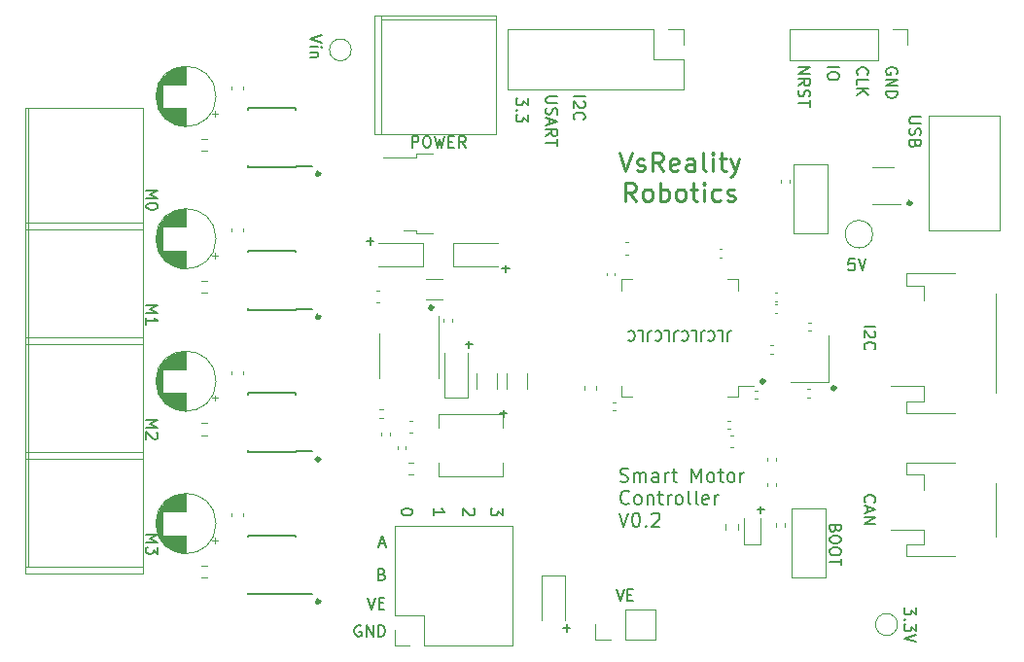
<source format=gbr>
%TF.GenerationSoftware,KiCad,Pcbnew,(5.1.8)-1*%
%TF.CreationDate,2022-03-28T22:18:06-07:00*%
%TF.ProjectId,smart_motor_controller,736d6172-745f-46d6-9f74-6f725f636f6e,0.1.1*%
%TF.SameCoordinates,Original*%
%TF.FileFunction,Legend,Top*%
%TF.FilePolarity,Positive*%
%FSLAX46Y46*%
G04 Gerber Fmt 4.6, Leading zero omitted, Abs format (unit mm)*
G04 Created by KiCad (PCBNEW (5.1.8)-1) date 2022-03-28 22:18:06*
%MOMM*%
%LPD*%
G01*
G04 APERTURE LIST*
%ADD10C,0.300000*%
%ADD11C,0.150000*%
%ADD12C,0.250000*%
%ADD13C,0.120000*%
G04 APERTURE END LIST*
D10*
X182950000Y-92500000D02*
G75*
G03*
X182950000Y-92500000I-150000J0D01*
G01*
X147900000Y-85500000D02*
G75*
G03*
X147900000Y-85500000I-150000J0D01*
G01*
D11*
X154042857Y-94395238D02*
X154042857Y-95004761D01*
X153738095Y-94700000D02*
X154347619Y-94700000D01*
D10*
X138050000Y-111100000D02*
G75*
G03*
X138050000Y-111100000I-150000J0D01*
G01*
X138050000Y-98700000D02*
G75*
G03*
X138050000Y-98700000I-150000J0D01*
G01*
D11*
X151042857Y-88395238D02*
X151042857Y-89004761D01*
X150738095Y-88700000D02*
X151347619Y-88700000D01*
X154242857Y-81795238D02*
X154242857Y-82404761D01*
X153938095Y-82100000D02*
X154547619Y-82100000D01*
X158747619Y-67128571D02*
X157938095Y-67128571D01*
X157842857Y-67176190D01*
X157795238Y-67223809D01*
X157747619Y-67319047D01*
X157747619Y-67509523D01*
X157795238Y-67604761D01*
X157842857Y-67652380D01*
X157938095Y-67700000D01*
X158747619Y-67700000D01*
X157795238Y-68128571D02*
X157747619Y-68271428D01*
X157747619Y-68509523D01*
X157795238Y-68604761D01*
X157842857Y-68652380D01*
X157938095Y-68700000D01*
X158033333Y-68700000D01*
X158128571Y-68652380D01*
X158176190Y-68604761D01*
X158223809Y-68509523D01*
X158271428Y-68319047D01*
X158319047Y-68223809D01*
X158366666Y-68176190D01*
X158461904Y-68128571D01*
X158557142Y-68128571D01*
X158652380Y-68176190D01*
X158700000Y-68223809D01*
X158747619Y-68319047D01*
X158747619Y-68557142D01*
X158700000Y-68700000D01*
X158033333Y-69080952D02*
X158033333Y-69557142D01*
X157747619Y-68985714D02*
X158747619Y-69319047D01*
X157747619Y-69652380D01*
X157747619Y-70557142D02*
X158223809Y-70223809D01*
X157747619Y-69985714D02*
X158747619Y-69985714D01*
X158747619Y-70366666D01*
X158700000Y-70461904D01*
X158652380Y-70509523D01*
X158557142Y-70557142D01*
X158414285Y-70557142D01*
X158319047Y-70509523D01*
X158271428Y-70461904D01*
X158223809Y-70366666D01*
X158223809Y-69985714D01*
X158747619Y-70842857D02*
X158747619Y-71414285D01*
X157747619Y-71128571D02*
X158747619Y-71128571D01*
X184902857Y-65204761D02*
X184855238Y-65157142D01*
X184807619Y-65014285D01*
X184807619Y-64919047D01*
X184855238Y-64776190D01*
X184950476Y-64680952D01*
X185045714Y-64633333D01*
X185236190Y-64585714D01*
X185379047Y-64585714D01*
X185569523Y-64633333D01*
X185664761Y-64680952D01*
X185760000Y-64776190D01*
X185807619Y-64919047D01*
X185807619Y-65014285D01*
X185760000Y-65157142D01*
X185712380Y-65204761D01*
X184807619Y-66109523D02*
X184807619Y-65633333D01*
X185807619Y-65633333D01*
X184807619Y-66442857D02*
X185807619Y-66442857D01*
X184807619Y-67014285D02*
X185379047Y-66585714D01*
X185807619Y-67014285D02*
X185236190Y-66442857D01*
X182267619Y-64576190D02*
X183267619Y-64576190D01*
X183267619Y-65242857D02*
X183267619Y-65433333D01*
X183220000Y-65528571D01*
X183124761Y-65623809D01*
X182934285Y-65671428D01*
X182600952Y-65671428D01*
X182410476Y-65623809D01*
X182315238Y-65528571D01*
X182267619Y-65433333D01*
X182267619Y-65242857D01*
X182315238Y-65147619D01*
X182410476Y-65052380D01*
X182600952Y-65004761D01*
X182934285Y-65004761D01*
X183124761Y-65052380D01*
X183220000Y-65147619D01*
X183267619Y-65242857D01*
X179727619Y-64557142D02*
X180727619Y-64557142D01*
X179727619Y-65128571D01*
X180727619Y-65128571D01*
X179727619Y-66176190D02*
X180203809Y-65842857D01*
X179727619Y-65604761D02*
X180727619Y-65604761D01*
X180727619Y-65985714D01*
X180680000Y-66080952D01*
X180632380Y-66128571D01*
X180537142Y-66176190D01*
X180394285Y-66176190D01*
X180299047Y-66128571D01*
X180251428Y-66080952D01*
X180203809Y-65985714D01*
X180203809Y-65604761D01*
X179775238Y-66557142D02*
X179727619Y-66700000D01*
X179727619Y-66938095D01*
X179775238Y-67033333D01*
X179822857Y-67080952D01*
X179918095Y-67128571D01*
X180013333Y-67128571D01*
X180108571Y-67080952D01*
X180156190Y-67033333D01*
X180203809Y-66938095D01*
X180251428Y-66747619D01*
X180299047Y-66652380D01*
X180346666Y-66604761D01*
X180441904Y-66557142D01*
X180537142Y-66557142D01*
X180632380Y-66604761D01*
X180680000Y-66652380D01*
X180727619Y-66747619D01*
X180727619Y-66985714D01*
X180680000Y-67128571D01*
X180727619Y-67414285D02*
X180727619Y-67985714D01*
X179727619Y-67700000D02*
X180727619Y-67700000D01*
X160147619Y-67123809D02*
X161147619Y-67123809D01*
X161052380Y-67552380D02*
X161100000Y-67600000D01*
X161147619Y-67695238D01*
X161147619Y-67933333D01*
X161100000Y-68028571D01*
X161052380Y-68076190D01*
X160957142Y-68123809D01*
X160861904Y-68123809D01*
X160719047Y-68076190D01*
X160147619Y-67504761D01*
X160147619Y-68123809D01*
X160242857Y-69123809D02*
X160195238Y-69076190D01*
X160147619Y-68933333D01*
X160147619Y-68838095D01*
X160195238Y-68695238D01*
X160290476Y-68600000D01*
X160385714Y-68552380D01*
X160576190Y-68504761D01*
X160719047Y-68504761D01*
X160909523Y-68552380D01*
X161004761Y-68600000D01*
X161100000Y-68695238D01*
X161147619Y-68838095D01*
X161147619Y-68933333D01*
X161100000Y-69076190D01*
X161052380Y-69123809D01*
X143471428Y-108728571D02*
X143614285Y-108776190D01*
X143661904Y-108823809D01*
X143709523Y-108919047D01*
X143709523Y-109061904D01*
X143661904Y-109157142D01*
X143614285Y-109204761D01*
X143519047Y-109252380D01*
X143138095Y-109252380D01*
X143138095Y-108252380D01*
X143471428Y-108252380D01*
X143566666Y-108300000D01*
X143614285Y-108347619D01*
X143661904Y-108442857D01*
X143661904Y-108538095D01*
X143614285Y-108633333D01*
X143566666Y-108680952D01*
X143471428Y-108728571D01*
X143138095Y-108728571D01*
X143261904Y-106066666D02*
X143738095Y-106066666D01*
X143166666Y-106352380D02*
X143500000Y-105352380D01*
X143833333Y-106352380D01*
X142214285Y-110752380D02*
X142547619Y-111752380D01*
X142880952Y-110752380D01*
X143214285Y-111228571D02*
X143547619Y-111228571D01*
X143690476Y-111752380D02*
X143214285Y-111752380D01*
X143214285Y-110752380D01*
X143690476Y-110752380D01*
X141638095Y-113200000D02*
X141542857Y-113152380D01*
X141400000Y-113152380D01*
X141257142Y-113200000D01*
X141161904Y-113295238D01*
X141114285Y-113390476D01*
X141066666Y-113580952D01*
X141066666Y-113723809D01*
X141114285Y-113914285D01*
X141161904Y-114009523D01*
X141257142Y-114104761D01*
X141400000Y-114152380D01*
X141495238Y-114152380D01*
X141638095Y-114104761D01*
X141685714Y-114057142D01*
X141685714Y-113723809D01*
X141495238Y-113723809D01*
X142114285Y-114152380D02*
X142114285Y-113152380D01*
X142685714Y-114152380D01*
X142685714Y-113152380D01*
X143161904Y-114152380D02*
X143161904Y-113152380D01*
X143400000Y-113152380D01*
X143542857Y-113200000D01*
X143638095Y-113295238D01*
X143685714Y-113390476D01*
X143733333Y-113580952D01*
X143733333Y-113723809D01*
X143685714Y-113914285D01*
X143638095Y-114009523D01*
X143542857Y-114104761D01*
X143400000Y-114152380D01*
X143161904Y-114152380D01*
X153947619Y-102966666D02*
X153947619Y-103585714D01*
X153566666Y-103252380D01*
X153566666Y-103395238D01*
X153519047Y-103490476D01*
X153471428Y-103538095D01*
X153376190Y-103585714D01*
X153138095Y-103585714D01*
X153042857Y-103538095D01*
X152995238Y-103490476D01*
X152947619Y-103395238D01*
X152947619Y-103109523D01*
X152995238Y-103014285D01*
X153042857Y-102966666D01*
X151452380Y-103014285D02*
X151500000Y-103061904D01*
X151547619Y-103157142D01*
X151547619Y-103395238D01*
X151500000Y-103490476D01*
X151452380Y-103538095D01*
X151357142Y-103585714D01*
X151261904Y-103585714D01*
X151119047Y-103538095D01*
X150547619Y-102966666D01*
X150547619Y-103585714D01*
X147947619Y-103585714D02*
X147947619Y-103014285D01*
X147947619Y-103300000D02*
X148947619Y-103300000D01*
X148804761Y-103204761D01*
X148709523Y-103109523D01*
X148661904Y-103014285D01*
X146147619Y-103252380D02*
X146147619Y-103347619D01*
X146100000Y-103442857D01*
X146052380Y-103490476D01*
X145957142Y-103538095D01*
X145766666Y-103585714D01*
X145528571Y-103585714D01*
X145338095Y-103538095D01*
X145242857Y-103490476D01*
X145195238Y-103442857D01*
X145147619Y-103347619D01*
X145147619Y-103252380D01*
X145195238Y-103157142D01*
X145242857Y-103109523D01*
X145338095Y-103061904D01*
X145528571Y-103014285D01*
X145766666Y-103014285D01*
X145957142Y-103061904D01*
X146052380Y-103109523D01*
X146100000Y-103157142D01*
X146147619Y-103252380D01*
X173557142Y-88392857D02*
X173557142Y-87750000D01*
X173600000Y-87621428D01*
X173685714Y-87535714D01*
X173814285Y-87492857D01*
X173900000Y-87492857D01*
X172700000Y-87492857D02*
X173128571Y-87492857D01*
X173128571Y-88392857D01*
X171885714Y-87578571D02*
X171928571Y-87535714D01*
X172057142Y-87492857D01*
X172142857Y-87492857D01*
X172271428Y-87535714D01*
X172357142Y-87621428D01*
X172400000Y-87707142D01*
X172442857Y-87878571D01*
X172442857Y-88007142D01*
X172400000Y-88178571D01*
X172357142Y-88264285D01*
X172271428Y-88350000D01*
X172142857Y-88392857D01*
X172057142Y-88392857D01*
X171928571Y-88350000D01*
X171885714Y-88307142D01*
X171242857Y-88392857D02*
X171242857Y-87750000D01*
X171285714Y-87621428D01*
X171371428Y-87535714D01*
X171500000Y-87492857D01*
X171585714Y-87492857D01*
X170385714Y-87492857D02*
X170814285Y-87492857D01*
X170814285Y-88392857D01*
X169571428Y-87578571D02*
X169614285Y-87535714D01*
X169742857Y-87492857D01*
X169828571Y-87492857D01*
X169957142Y-87535714D01*
X170042857Y-87621428D01*
X170085714Y-87707142D01*
X170128571Y-87878571D01*
X170128571Y-88007142D01*
X170085714Y-88178571D01*
X170042857Y-88264285D01*
X169957142Y-88350000D01*
X169828571Y-88392857D01*
X169742857Y-88392857D01*
X169614285Y-88350000D01*
X169571428Y-88307142D01*
X168928571Y-88392857D02*
X168928571Y-87750000D01*
X168971428Y-87621428D01*
X169057142Y-87535714D01*
X169185714Y-87492857D01*
X169271428Y-87492857D01*
X168071428Y-87492857D02*
X168500000Y-87492857D01*
X168500000Y-88392857D01*
X167257142Y-87578571D02*
X167300000Y-87535714D01*
X167428571Y-87492857D01*
X167514285Y-87492857D01*
X167642857Y-87535714D01*
X167728571Y-87621428D01*
X167771428Y-87707142D01*
X167814285Y-87878571D01*
X167814285Y-88007142D01*
X167771428Y-88178571D01*
X167728571Y-88264285D01*
X167642857Y-88350000D01*
X167514285Y-88392857D01*
X167428571Y-88392857D01*
X167300000Y-88350000D01*
X167257142Y-88307142D01*
X166614285Y-88392857D02*
X166614285Y-87750000D01*
X166657142Y-87621428D01*
X166742857Y-87535714D01*
X166871428Y-87492857D01*
X166957142Y-87492857D01*
X165757142Y-87492857D02*
X166185714Y-87492857D01*
X166185714Y-88392857D01*
X164942857Y-87578571D02*
X164985714Y-87535714D01*
X165114285Y-87492857D01*
X165200000Y-87492857D01*
X165328571Y-87535714D01*
X165414285Y-87621428D01*
X165457142Y-87707142D01*
X165500000Y-87878571D01*
X165500000Y-88007142D01*
X165457142Y-88178571D01*
X165414285Y-88264285D01*
X165328571Y-88350000D01*
X165200000Y-88392857D01*
X165114285Y-88392857D01*
X164985714Y-88350000D01*
X164942857Y-88307142D01*
X164226071Y-100635714D02*
X164397500Y-100692857D01*
X164683214Y-100692857D01*
X164797500Y-100635714D01*
X164854642Y-100578571D01*
X164911785Y-100464285D01*
X164911785Y-100350000D01*
X164854642Y-100235714D01*
X164797500Y-100178571D01*
X164683214Y-100121428D01*
X164454642Y-100064285D01*
X164340357Y-100007142D01*
X164283214Y-99950000D01*
X164226071Y-99835714D01*
X164226071Y-99721428D01*
X164283214Y-99607142D01*
X164340357Y-99550000D01*
X164454642Y-99492857D01*
X164740357Y-99492857D01*
X164911785Y-99550000D01*
X165426071Y-100692857D02*
X165426071Y-99892857D01*
X165426071Y-100007142D02*
X165483214Y-99950000D01*
X165597500Y-99892857D01*
X165768928Y-99892857D01*
X165883214Y-99950000D01*
X165940357Y-100064285D01*
X165940357Y-100692857D01*
X165940357Y-100064285D02*
X165997500Y-99950000D01*
X166111785Y-99892857D01*
X166283214Y-99892857D01*
X166397500Y-99950000D01*
X166454642Y-100064285D01*
X166454642Y-100692857D01*
X167540357Y-100692857D02*
X167540357Y-100064285D01*
X167483214Y-99950000D01*
X167368928Y-99892857D01*
X167140357Y-99892857D01*
X167026071Y-99950000D01*
X167540357Y-100635714D02*
X167426071Y-100692857D01*
X167140357Y-100692857D01*
X167026071Y-100635714D01*
X166968928Y-100521428D01*
X166968928Y-100407142D01*
X167026071Y-100292857D01*
X167140357Y-100235714D01*
X167426071Y-100235714D01*
X167540357Y-100178571D01*
X168111785Y-100692857D02*
X168111785Y-99892857D01*
X168111785Y-100121428D02*
X168168928Y-100007142D01*
X168226071Y-99950000D01*
X168340357Y-99892857D01*
X168454642Y-99892857D01*
X168683214Y-99892857D02*
X169140357Y-99892857D01*
X168854642Y-99492857D02*
X168854642Y-100521428D01*
X168911785Y-100635714D01*
X169026071Y-100692857D01*
X169140357Y-100692857D01*
X170454642Y-100692857D02*
X170454642Y-99492857D01*
X170854642Y-100350000D01*
X171254642Y-99492857D01*
X171254642Y-100692857D01*
X171997500Y-100692857D02*
X171883214Y-100635714D01*
X171826071Y-100578571D01*
X171768928Y-100464285D01*
X171768928Y-100121428D01*
X171826071Y-100007142D01*
X171883214Y-99950000D01*
X171997500Y-99892857D01*
X172168928Y-99892857D01*
X172283214Y-99950000D01*
X172340357Y-100007142D01*
X172397500Y-100121428D01*
X172397500Y-100464285D01*
X172340357Y-100578571D01*
X172283214Y-100635714D01*
X172168928Y-100692857D01*
X171997500Y-100692857D01*
X172740357Y-99892857D02*
X173197500Y-99892857D01*
X172911785Y-99492857D02*
X172911785Y-100521428D01*
X172968928Y-100635714D01*
X173083214Y-100692857D01*
X173197500Y-100692857D01*
X173768928Y-100692857D02*
X173654642Y-100635714D01*
X173597500Y-100578571D01*
X173540357Y-100464285D01*
X173540357Y-100121428D01*
X173597500Y-100007142D01*
X173654642Y-99950000D01*
X173768928Y-99892857D01*
X173940357Y-99892857D01*
X174054642Y-99950000D01*
X174111785Y-100007142D01*
X174168928Y-100121428D01*
X174168928Y-100464285D01*
X174111785Y-100578571D01*
X174054642Y-100635714D01*
X173940357Y-100692857D01*
X173768928Y-100692857D01*
X174683214Y-100692857D02*
X174683214Y-99892857D01*
X174683214Y-100121428D02*
X174740357Y-100007142D01*
X174797500Y-99950000D01*
X174911785Y-99892857D01*
X175026071Y-99892857D01*
X164968928Y-102528571D02*
X164911785Y-102585714D01*
X164740357Y-102642857D01*
X164626071Y-102642857D01*
X164454642Y-102585714D01*
X164340357Y-102471428D01*
X164283214Y-102357142D01*
X164226071Y-102128571D01*
X164226071Y-101957142D01*
X164283214Y-101728571D01*
X164340357Y-101614285D01*
X164454642Y-101500000D01*
X164626071Y-101442857D01*
X164740357Y-101442857D01*
X164911785Y-101500000D01*
X164968928Y-101557142D01*
X165654642Y-102642857D02*
X165540357Y-102585714D01*
X165483214Y-102528571D01*
X165426071Y-102414285D01*
X165426071Y-102071428D01*
X165483214Y-101957142D01*
X165540357Y-101900000D01*
X165654642Y-101842857D01*
X165826071Y-101842857D01*
X165940357Y-101900000D01*
X165997500Y-101957142D01*
X166054642Y-102071428D01*
X166054642Y-102414285D01*
X165997500Y-102528571D01*
X165940357Y-102585714D01*
X165826071Y-102642857D01*
X165654642Y-102642857D01*
X166568928Y-101842857D02*
X166568928Y-102642857D01*
X166568928Y-101957142D02*
X166626071Y-101900000D01*
X166740357Y-101842857D01*
X166911785Y-101842857D01*
X167026071Y-101900000D01*
X167083214Y-102014285D01*
X167083214Y-102642857D01*
X167483214Y-101842857D02*
X167940357Y-101842857D01*
X167654642Y-101442857D02*
X167654642Y-102471428D01*
X167711785Y-102585714D01*
X167826071Y-102642857D01*
X167940357Y-102642857D01*
X168340357Y-102642857D02*
X168340357Y-101842857D01*
X168340357Y-102071428D02*
X168397500Y-101957142D01*
X168454642Y-101900000D01*
X168568928Y-101842857D01*
X168683214Y-101842857D01*
X169254642Y-102642857D02*
X169140357Y-102585714D01*
X169083214Y-102528571D01*
X169026071Y-102414285D01*
X169026071Y-102071428D01*
X169083214Y-101957142D01*
X169140357Y-101900000D01*
X169254642Y-101842857D01*
X169426071Y-101842857D01*
X169540357Y-101900000D01*
X169597500Y-101957142D01*
X169654642Y-102071428D01*
X169654642Y-102414285D01*
X169597500Y-102528571D01*
X169540357Y-102585714D01*
X169426071Y-102642857D01*
X169254642Y-102642857D01*
X170340357Y-102642857D02*
X170226071Y-102585714D01*
X170168928Y-102471428D01*
X170168928Y-101442857D01*
X170968928Y-102642857D02*
X170854642Y-102585714D01*
X170797500Y-102471428D01*
X170797500Y-101442857D01*
X171883214Y-102585714D02*
X171768928Y-102642857D01*
X171540357Y-102642857D01*
X171426071Y-102585714D01*
X171368928Y-102471428D01*
X171368928Y-102014285D01*
X171426071Y-101900000D01*
X171540357Y-101842857D01*
X171768928Y-101842857D01*
X171883214Y-101900000D01*
X171940357Y-102014285D01*
X171940357Y-102128571D01*
X171368928Y-102242857D01*
X172454642Y-102642857D02*
X172454642Y-101842857D01*
X172454642Y-102071428D02*
X172511785Y-101957142D01*
X172568928Y-101900000D01*
X172683214Y-101842857D01*
X172797500Y-101842857D01*
X164111785Y-103392857D02*
X164511785Y-104592857D01*
X164911785Y-103392857D01*
X165540357Y-103392857D02*
X165654642Y-103392857D01*
X165768928Y-103450000D01*
X165826071Y-103507142D01*
X165883214Y-103621428D01*
X165940357Y-103850000D01*
X165940357Y-104135714D01*
X165883214Y-104364285D01*
X165826071Y-104478571D01*
X165768928Y-104535714D01*
X165654642Y-104592857D01*
X165540357Y-104592857D01*
X165426071Y-104535714D01*
X165368928Y-104478571D01*
X165311785Y-104364285D01*
X165254642Y-104135714D01*
X165254642Y-103850000D01*
X165311785Y-103621428D01*
X165368928Y-103507142D01*
X165426071Y-103450000D01*
X165540357Y-103392857D01*
X166454642Y-104478571D02*
X166511785Y-104535714D01*
X166454642Y-104592857D01*
X166397500Y-104535714D01*
X166454642Y-104478571D01*
X166454642Y-104592857D01*
X166968928Y-103507142D02*
X167026071Y-103450000D01*
X167140357Y-103392857D01*
X167426071Y-103392857D01*
X167540357Y-103450000D01*
X167597500Y-103507142D01*
X167654642Y-103621428D01*
X167654642Y-103735714D01*
X167597500Y-103907142D01*
X166911785Y-104592857D01*
X167654642Y-104592857D01*
D12*
X164142857Y-71998809D02*
X164676190Y-73598809D01*
X165209523Y-71998809D01*
X165666666Y-73522619D02*
X165819047Y-73598809D01*
X166123809Y-73598809D01*
X166276190Y-73522619D01*
X166352380Y-73370238D01*
X166352380Y-73294047D01*
X166276190Y-73141666D01*
X166123809Y-73065476D01*
X165895238Y-73065476D01*
X165742857Y-72989285D01*
X165666666Y-72836904D01*
X165666666Y-72760714D01*
X165742857Y-72608333D01*
X165895238Y-72532142D01*
X166123809Y-72532142D01*
X166276190Y-72608333D01*
X167952380Y-73598809D02*
X167419047Y-72836904D01*
X167038095Y-73598809D02*
X167038095Y-71998809D01*
X167647619Y-71998809D01*
X167800000Y-72075000D01*
X167876190Y-72151190D01*
X167952380Y-72303571D01*
X167952380Y-72532142D01*
X167876190Y-72684523D01*
X167800000Y-72760714D01*
X167647619Y-72836904D01*
X167038095Y-72836904D01*
X169247619Y-73522619D02*
X169095238Y-73598809D01*
X168790476Y-73598809D01*
X168638095Y-73522619D01*
X168561904Y-73370238D01*
X168561904Y-72760714D01*
X168638095Y-72608333D01*
X168790476Y-72532142D01*
X169095238Y-72532142D01*
X169247619Y-72608333D01*
X169323809Y-72760714D01*
X169323809Y-72913095D01*
X168561904Y-73065476D01*
X170695238Y-73598809D02*
X170695238Y-72760714D01*
X170619047Y-72608333D01*
X170466666Y-72532142D01*
X170161904Y-72532142D01*
X170009523Y-72608333D01*
X170695238Y-73522619D02*
X170542857Y-73598809D01*
X170161904Y-73598809D01*
X170009523Y-73522619D01*
X169933333Y-73370238D01*
X169933333Y-73217857D01*
X170009523Y-73065476D01*
X170161904Y-72989285D01*
X170542857Y-72989285D01*
X170695238Y-72913095D01*
X171685714Y-73598809D02*
X171533333Y-73522619D01*
X171457142Y-73370238D01*
X171457142Y-71998809D01*
X172295238Y-73598809D02*
X172295238Y-72532142D01*
X172295238Y-71998809D02*
X172219047Y-72075000D01*
X172295238Y-72151190D01*
X172371428Y-72075000D01*
X172295238Y-71998809D01*
X172295238Y-72151190D01*
X172828571Y-72532142D02*
X173438095Y-72532142D01*
X173057142Y-71998809D02*
X173057142Y-73370238D01*
X173133333Y-73522619D01*
X173285714Y-73598809D01*
X173438095Y-73598809D01*
X173819047Y-72532142D02*
X174200000Y-73598809D01*
X174580952Y-72532142D02*
X174200000Y-73598809D01*
X174047619Y-73979761D01*
X173971428Y-74055952D01*
X173819047Y-74132142D01*
X165552380Y-76248809D02*
X165019047Y-75486904D01*
X164638095Y-76248809D02*
X164638095Y-74648809D01*
X165247619Y-74648809D01*
X165400000Y-74725000D01*
X165476190Y-74801190D01*
X165552380Y-74953571D01*
X165552380Y-75182142D01*
X165476190Y-75334523D01*
X165400000Y-75410714D01*
X165247619Y-75486904D01*
X164638095Y-75486904D01*
X166466666Y-76248809D02*
X166314285Y-76172619D01*
X166238095Y-76096428D01*
X166161904Y-75944047D01*
X166161904Y-75486904D01*
X166238095Y-75334523D01*
X166314285Y-75258333D01*
X166466666Y-75182142D01*
X166695238Y-75182142D01*
X166847619Y-75258333D01*
X166923809Y-75334523D01*
X167000000Y-75486904D01*
X167000000Y-75944047D01*
X166923809Y-76096428D01*
X166847619Y-76172619D01*
X166695238Y-76248809D01*
X166466666Y-76248809D01*
X167685714Y-76248809D02*
X167685714Y-74648809D01*
X167685714Y-75258333D02*
X167838095Y-75182142D01*
X168142857Y-75182142D01*
X168295238Y-75258333D01*
X168371428Y-75334523D01*
X168447619Y-75486904D01*
X168447619Y-75944047D01*
X168371428Y-76096428D01*
X168295238Y-76172619D01*
X168142857Y-76248809D01*
X167838095Y-76248809D01*
X167685714Y-76172619D01*
X169361904Y-76248809D02*
X169209523Y-76172619D01*
X169133333Y-76096428D01*
X169057142Y-75944047D01*
X169057142Y-75486904D01*
X169133333Y-75334523D01*
X169209523Y-75258333D01*
X169361904Y-75182142D01*
X169590476Y-75182142D01*
X169742857Y-75258333D01*
X169819047Y-75334523D01*
X169895238Y-75486904D01*
X169895238Y-75944047D01*
X169819047Y-76096428D01*
X169742857Y-76172619D01*
X169590476Y-76248809D01*
X169361904Y-76248809D01*
X170352380Y-75182142D02*
X170961904Y-75182142D01*
X170580952Y-74648809D02*
X170580952Y-76020238D01*
X170657142Y-76172619D01*
X170809523Y-76248809D01*
X170961904Y-76248809D01*
X171495238Y-76248809D02*
X171495238Y-75182142D01*
X171495238Y-74648809D02*
X171419047Y-74725000D01*
X171495238Y-74801190D01*
X171571428Y-74725000D01*
X171495238Y-74648809D01*
X171495238Y-74801190D01*
X172942857Y-76172619D02*
X172790476Y-76248809D01*
X172485714Y-76248809D01*
X172333333Y-76172619D01*
X172257142Y-76096428D01*
X172180952Y-75944047D01*
X172180952Y-75486904D01*
X172257142Y-75334523D01*
X172333333Y-75258333D01*
X172485714Y-75182142D01*
X172790476Y-75182142D01*
X172942857Y-75258333D01*
X173552380Y-76172619D02*
X173704761Y-76248809D01*
X174009523Y-76248809D01*
X174161904Y-76172619D01*
X174238095Y-76020238D01*
X174238095Y-75944047D01*
X174161904Y-75791666D01*
X174009523Y-75715476D01*
X173780952Y-75715476D01*
X173628571Y-75639285D01*
X173552380Y-75486904D01*
X173552380Y-75410714D01*
X173628571Y-75258333D01*
X173780952Y-75182142D01*
X174009523Y-75182142D01*
X174161904Y-75258333D01*
D11*
X176457142Y-103404761D02*
X176457142Y-102795238D01*
X176761904Y-103100000D02*
X176152380Y-103100000D01*
X159542857Y-113095238D02*
X159542857Y-113704761D01*
X159238095Y-113400000D02*
X159847619Y-113400000D01*
X142442857Y-79395238D02*
X142442857Y-80004761D01*
X142138095Y-79700000D02*
X142747619Y-79700000D01*
X182971428Y-104742857D02*
X182923809Y-104885714D01*
X182876190Y-104933333D01*
X182780952Y-104980952D01*
X182638095Y-104980952D01*
X182542857Y-104933333D01*
X182495238Y-104885714D01*
X182447619Y-104790476D01*
X182447619Y-104409523D01*
X183447619Y-104409523D01*
X183447619Y-104742857D01*
X183400000Y-104838095D01*
X183352380Y-104885714D01*
X183257142Y-104933333D01*
X183161904Y-104933333D01*
X183066666Y-104885714D01*
X183019047Y-104838095D01*
X182971428Y-104742857D01*
X182971428Y-104409523D01*
X183447619Y-105600000D02*
X183447619Y-105790476D01*
X183400000Y-105885714D01*
X183304761Y-105980952D01*
X183114285Y-106028571D01*
X182780952Y-106028571D01*
X182590476Y-105980952D01*
X182495238Y-105885714D01*
X182447619Y-105790476D01*
X182447619Y-105600000D01*
X182495238Y-105504761D01*
X182590476Y-105409523D01*
X182780952Y-105361904D01*
X183114285Y-105361904D01*
X183304761Y-105409523D01*
X183400000Y-105504761D01*
X183447619Y-105600000D01*
X183447619Y-106647619D02*
X183447619Y-106838095D01*
X183400000Y-106933333D01*
X183304761Y-107028571D01*
X183114285Y-107076190D01*
X182780952Y-107076190D01*
X182590476Y-107028571D01*
X182495238Y-106933333D01*
X182447619Y-106838095D01*
X182447619Y-106647619D01*
X182495238Y-106552380D01*
X182590476Y-106457142D01*
X182780952Y-106409523D01*
X183114285Y-106409523D01*
X183304761Y-106457142D01*
X183400000Y-106552380D01*
X183447619Y-106647619D01*
X183447619Y-107361904D02*
X183447619Y-107933333D01*
X182447619Y-107647619D02*
X183447619Y-107647619D01*
X146090476Y-71552380D02*
X146090476Y-70552380D01*
X146471428Y-70552380D01*
X146566666Y-70600000D01*
X146614285Y-70647619D01*
X146661904Y-70742857D01*
X146661904Y-70885714D01*
X146614285Y-70980952D01*
X146566666Y-71028571D01*
X146471428Y-71076190D01*
X146090476Y-71076190D01*
X147280952Y-70552380D02*
X147471428Y-70552380D01*
X147566666Y-70600000D01*
X147661904Y-70695238D01*
X147709523Y-70885714D01*
X147709523Y-71219047D01*
X147661904Y-71409523D01*
X147566666Y-71504761D01*
X147471428Y-71552380D01*
X147280952Y-71552380D01*
X147185714Y-71504761D01*
X147090476Y-71409523D01*
X147042857Y-71219047D01*
X147042857Y-70885714D01*
X147090476Y-70695238D01*
X147185714Y-70600000D01*
X147280952Y-70552380D01*
X148042857Y-70552380D02*
X148280952Y-71552380D01*
X148471428Y-70838095D01*
X148661904Y-71552380D01*
X148900000Y-70552380D01*
X149280952Y-71028571D02*
X149614285Y-71028571D01*
X149757142Y-71552380D02*
X149280952Y-71552380D01*
X149280952Y-70552380D01*
X149757142Y-70552380D01*
X150757142Y-71552380D02*
X150423809Y-71076190D01*
X150185714Y-71552380D02*
X150185714Y-70552380D01*
X150566666Y-70552380D01*
X150661904Y-70600000D01*
X150709523Y-70647619D01*
X150757142Y-70742857D01*
X150757142Y-70885714D01*
X150709523Y-70980952D01*
X150661904Y-71028571D01*
X150566666Y-71076190D01*
X150185714Y-71076190D01*
X185447619Y-87123809D02*
X186447619Y-87123809D01*
X186352380Y-87552380D02*
X186400000Y-87600000D01*
X186447619Y-87695238D01*
X186447619Y-87933333D01*
X186400000Y-88028571D01*
X186352380Y-88076190D01*
X186257142Y-88123809D01*
X186161904Y-88123809D01*
X186019047Y-88076190D01*
X185447619Y-87504761D01*
X185447619Y-88123809D01*
X185542857Y-89123809D02*
X185495238Y-89076190D01*
X185447619Y-88933333D01*
X185447619Y-88838095D01*
X185495238Y-88695238D01*
X185590476Y-88600000D01*
X185685714Y-88552380D01*
X185876190Y-88504761D01*
X186019047Y-88504761D01*
X186209523Y-88552380D01*
X186304761Y-88600000D01*
X186400000Y-88695238D01*
X186447619Y-88838095D01*
X186447619Y-88933333D01*
X186400000Y-89076190D01*
X186352380Y-89123809D01*
D10*
X189550000Y-76400000D02*
G75*
G03*
X189550000Y-76400000I-150000J0D01*
G01*
X138050000Y-73850000D02*
G75*
G03*
X138050000Y-73850000I-150000J0D01*
G01*
X138050000Y-86300000D02*
G75*
G03*
X138050000Y-86300000I-150000J0D01*
G01*
X176750000Y-91900000D02*
G75*
G03*
X176750000Y-91900000I-150000J0D01*
G01*
D11*
X189947619Y-111623809D02*
X189947619Y-112242857D01*
X189566666Y-111909523D01*
X189566666Y-112052380D01*
X189519047Y-112147619D01*
X189471428Y-112195238D01*
X189376190Y-112242857D01*
X189138095Y-112242857D01*
X189042857Y-112195238D01*
X188995238Y-112147619D01*
X188947619Y-112052380D01*
X188947619Y-111766666D01*
X188995238Y-111671428D01*
X189042857Y-111623809D01*
X189042857Y-112671428D02*
X188995238Y-112719047D01*
X188947619Y-112671428D01*
X188995238Y-112623809D01*
X189042857Y-112671428D01*
X188947619Y-112671428D01*
X189947619Y-113052380D02*
X189947619Y-113671428D01*
X189566666Y-113338095D01*
X189566666Y-113480952D01*
X189519047Y-113576190D01*
X189471428Y-113623809D01*
X189376190Y-113671428D01*
X189138095Y-113671428D01*
X189042857Y-113623809D01*
X188995238Y-113576190D01*
X188947619Y-113480952D01*
X188947619Y-113195238D01*
X188995238Y-113100000D01*
X189042857Y-113052380D01*
X189947619Y-113957142D02*
X188947619Y-114290476D01*
X189947619Y-114623809D01*
X138247619Y-61776190D02*
X137247619Y-62109523D01*
X138247619Y-62442857D01*
X137247619Y-62776190D02*
X137914285Y-62776190D01*
X138247619Y-62776190D02*
X138200000Y-62728571D01*
X138152380Y-62776190D01*
X138200000Y-62823809D01*
X138247619Y-62776190D01*
X138152380Y-62776190D01*
X137914285Y-63252380D02*
X137247619Y-63252380D01*
X137819047Y-63252380D02*
X137866666Y-63300000D01*
X137914285Y-63395238D01*
X137914285Y-63538095D01*
X137866666Y-63633333D01*
X137771428Y-63680952D01*
X137247619Y-63680952D01*
X184609523Y-81252380D02*
X184133333Y-81252380D01*
X184085714Y-81728571D01*
X184133333Y-81680952D01*
X184228571Y-81633333D01*
X184466666Y-81633333D01*
X184561904Y-81680952D01*
X184609523Y-81728571D01*
X184657142Y-81823809D01*
X184657142Y-82061904D01*
X184609523Y-82157142D01*
X184561904Y-82204761D01*
X184466666Y-82252380D01*
X184228571Y-82252380D01*
X184133333Y-82204761D01*
X184085714Y-82157142D01*
X184942857Y-81252380D02*
X185276190Y-82252380D01*
X185609523Y-81252380D01*
X163864285Y-110052380D02*
X164197619Y-111052380D01*
X164530952Y-110052380D01*
X164864285Y-110528571D02*
X165197619Y-110528571D01*
X165340476Y-111052380D02*
X164864285Y-111052380D01*
X164864285Y-110052380D01*
X165340476Y-110052380D01*
X156147619Y-67252380D02*
X156147619Y-67871428D01*
X155766666Y-67538095D01*
X155766666Y-67680952D01*
X155719047Y-67776190D01*
X155671428Y-67823809D01*
X155576190Y-67871428D01*
X155338095Y-67871428D01*
X155242857Y-67823809D01*
X155195238Y-67776190D01*
X155147619Y-67680952D01*
X155147619Y-67395238D01*
X155195238Y-67300000D01*
X155242857Y-67252380D01*
X155242857Y-68300000D02*
X155195238Y-68347619D01*
X155147619Y-68300000D01*
X155195238Y-68252380D01*
X155242857Y-68300000D01*
X155147619Y-68300000D01*
X156147619Y-68680952D02*
X156147619Y-69300000D01*
X155766666Y-68966666D01*
X155766666Y-69109523D01*
X155719047Y-69204761D01*
X155671428Y-69252380D01*
X155576190Y-69300000D01*
X155338095Y-69300000D01*
X155242857Y-69252380D01*
X155195238Y-69204761D01*
X155147619Y-69109523D01*
X155147619Y-68823809D01*
X155195238Y-68728571D01*
X155242857Y-68680952D01*
X188300000Y-65138095D02*
X188347619Y-65042857D01*
X188347619Y-64900000D01*
X188300000Y-64757142D01*
X188204761Y-64661904D01*
X188109523Y-64614285D01*
X187919047Y-64566666D01*
X187776190Y-64566666D01*
X187585714Y-64614285D01*
X187490476Y-64661904D01*
X187395238Y-64757142D01*
X187347619Y-64900000D01*
X187347619Y-64995238D01*
X187395238Y-65138095D01*
X187442857Y-65185714D01*
X187776190Y-65185714D01*
X187776190Y-64995238D01*
X187347619Y-65614285D02*
X188347619Y-65614285D01*
X187347619Y-66185714D01*
X188347619Y-66185714D01*
X187347619Y-66661904D02*
X188347619Y-66661904D01*
X188347619Y-66900000D01*
X188300000Y-67042857D01*
X188204761Y-67138095D01*
X188109523Y-67185714D01*
X187919047Y-67233333D01*
X187776190Y-67233333D01*
X187585714Y-67185714D01*
X187490476Y-67138095D01*
X187395238Y-67042857D01*
X187347619Y-66900000D01*
X187347619Y-66661904D01*
X122947619Y-105290476D02*
X123947619Y-105290476D01*
X123233333Y-105623809D01*
X123947619Y-105957142D01*
X122947619Y-105957142D01*
X123947619Y-106338095D02*
X123947619Y-106957142D01*
X123566666Y-106623809D01*
X123566666Y-106766666D01*
X123519047Y-106861904D01*
X123471428Y-106909523D01*
X123376190Y-106957142D01*
X123138095Y-106957142D01*
X123042857Y-106909523D01*
X122995238Y-106861904D01*
X122947619Y-106766666D01*
X122947619Y-106480952D01*
X122995238Y-106385714D01*
X123042857Y-106338095D01*
X122947619Y-95290476D02*
X123947619Y-95290476D01*
X123233333Y-95623809D01*
X123947619Y-95957142D01*
X122947619Y-95957142D01*
X123852380Y-96385714D02*
X123900000Y-96433333D01*
X123947619Y-96528571D01*
X123947619Y-96766666D01*
X123900000Y-96861904D01*
X123852380Y-96909523D01*
X123757142Y-96957142D01*
X123661904Y-96957142D01*
X123519047Y-96909523D01*
X122947619Y-96338095D01*
X122947619Y-96957142D01*
X122947619Y-85290476D02*
X123947619Y-85290476D01*
X123233333Y-85623809D01*
X123947619Y-85957142D01*
X122947619Y-85957142D01*
X122947619Y-86957142D02*
X122947619Y-86385714D01*
X122947619Y-86671428D02*
X123947619Y-86671428D01*
X123804761Y-86576190D01*
X123709523Y-86480952D01*
X123661904Y-86385714D01*
X122947619Y-75290476D02*
X123947619Y-75290476D01*
X123233333Y-75623809D01*
X123947619Y-75957142D01*
X122947619Y-75957142D01*
X123947619Y-76623809D02*
X123947619Y-76719047D01*
X123900000Y-76814285D01*
X123852380Y-76861904D01*
X123757142Y-76909523D01*
X123566666Y-76957142D01*
X123328571Y-76957142D01*
X123138095Y-76909523D01*
X123042857Y-76861904D01*
X122995238Y-76814285D01*
X122947619Y-76719047D01*
X122947619Y-76623809D01*
X122995238Y-76528571D01*
X123042857Y-76480952D01*
X123138095Y-76433333D01*
X123328571Y-76385714D01*
X123566666Y-76385714D01*
X123757142Y-76433333D01*
X123852380Y-76480952D01*
X123900000Y-76528571D01*
X123947619Y-76623809D01*
X185542857Y-102457142D02*
X185495238Y-102409523D01*
X185447619Y-102266666D01*
X185447619Y-102171428D01*
X185495238Y-102028571D01*
X185590476Y-101933333D01*
X185685714Y-101885714D01*
X185876190Y-101838095D01*
X186019047Y-101838095D01*
X186209523Y-101885714D01*
X186304761Y-101933333D01*
X186400000Y-102028571D01*
X186447619Y-102171428D01*
X186447619Y-102266666D01*
X186400000Y-102409523D01*
X186352380Y-102457142D01*
X185733333Y-102838095D02*
X185733333Y-103314285D01*
X185447619Y-102742857D02*
X186447619Y-103076190D01*
X185447619Y-103409523D01*
X185447619Y-103742857D02*
X186447619Y-103742857D01*
X185447619Y-104314285D01*
X186447619Y-104314285D01*
X190387619Y-68908095D02*
X189578095Y-68908095D01*
X189482857Y-68955714D01*
X189435238Y-69003333D01*
X189387619Y-69098571D01*
X189387619Y-69289047D01*
X189435238Y-69384285D01*
X189482857Y-69431904D01*
X189578095Y-69479523D01*
X190387619Y-69479523D01*
X189435238Y-69908095D02*
X189387619Y-70050952D01*
X189387619Y-70289047D01*
X189435238Y-70384285D01*
X189482857Y-70431904D01*
X189578095Y-70479523D01*
X189673333Y-70479523D01*
X189768571Y-70431904D01*
X189816190Y-70384285D01*
X189863809Y-70289047D01*
X189911428Y-70098571D01*
X189959047Y-70003333D01*
X190006666Y-69955714D01*
X190101904Y-69908095D01*
X190197142Y-69908095D01*
X190292380Y-69955714D01*
X190340000Y-70003333D01*
X190387619Y-70098571D01*
X190387619Y-70336666D01*
X190340000Y-70479523D01*
X189911428Y-71241428D02*
X189863809Y-71384285D01*
X189816190Y-71431904D01*
X189720952Y-71479523D01*
X189578095Y-71479523D01*
X189482857Y-71431904D01*
X189435238Y-71384285D01*
X189387619Y-71289047D01*
X189387619Y-70908095D01*
X190387619Y-70908095D01*
X190387619Y-71241428D01*
X190340000Y-71336666D01*
X190292380Y-71384285D01*
X190197142Y-71431904D01*
X190101904Y-71431904D01*
X190006666Y-71384285D01*
X189959047Y-71336666D01*
X189911428Y-71241428D01*
X189911428Y-70908095D01*
D13*
%TO.C,U201*%
X148360000Y-89700000D02*
X148360000Y-86250000D01*
X148360000Y-89700000D02*
X148360000Y-91650000D01*
X143240000Y-89700000D02*
X143240000Y-87750000D01*
X143240000Y-89700000D02*
X143240000Y-91650000D01*
D11*
%TO.C,U304*%
X135975000Y-110475000D02*
X135975000Y-110425000D01*
X131825000Y-110475000D02*
X131825000Y-110330000D01*
X131825000Y-105325000D02*
X131825000Y-105470000D01*
X135975000Y-105325000D02*
X135975000Y-105470000D01*
X135975000Y-110475000D02*
X131825000Y-110475000D01*
X135975000Y-105325000D02*
X131825000Y-105325000D01*
X135975000Y-110425000D02*
X137375000Y-110425000D01*
%TO.C,U303*%
X135975000Y-85675000D02*
X135975000Y-85625000D01*
X131825000Y-85675000D02*
X131825000Y-85530000D01*
X131825000Y-80525000D02*
X131825000Y-80670000D01*
X135975000Y-80525000D02*
X135975000Y-80670000D01*
X135975000Y-85675000D02*
X131825000Y-85675000D01*
X135975000Y-80525000D02*
X131825000Y-80525000D01*
X135975000Y-85625000D02*
X137375000Y-85625000D01*
%TO.C,U302*%
X135975000Y-98075000D02*
X135975000Y-98025000D01*
X131825000Y-98075000D02*
X131825000Y-97930000D01*
X131825000Y-92925000D02*
X131825000Y-93070000D01*
X135975000Y-92925000D02*
X135975000Y-93070000D01*
X135975000Y-98075000D02*
X131825000Y-98075000D01*
X135975000Y-92925000D02*
X131825000Y-92925000D01*
X135975000Y-98025000D02*
X137375000Y-98025000D01*
%TO.C,U301*%
X135975000Y-73275000D02*
X135975000Y-73225000D01*
X131825000Y-73275000D02*
X131825000Y-73130000D01*
X131825000Y-68125000D02*
X131825000Y-68270000D01*
X135975000Y-68125000D02*
X135975000Y-68270000D01*
X135975000Y-73275000D02*
X131825000Y-73275000D01*
X135975000Y-68125000D02*
X131825000Y-68125000D01*
X135975000Y-73225000D02*
X137375000Y-73225000D01*
D13*
%TO.C,J104*%
X189230000Y-61270000D02*
X189230000Y-62600000D01*
X187900000Y-61270000D02*
X189230000Y-61270000D01*
X186630000Y-61270000D02*
X186630000Y-63930000D01*
X186630000Y-63930000D02*
X178950000Y-63930000D01*
X186630000Y-61270000D02*
X178950000Y-61270000D01*
X178950000Y-61270000D02*
X178950000Y-63930000D01*
%TO.C,J101*%
X154370000Y-61270000D02*
X154370000Y-66470000D01*
X167130000Y-61270000D02*
X154370000Y-61270000D01*
X169730000Y-66470000D02*
X154370000Y-66470000D01*
X167130000Y-61270000D02*
X167130000Y-63870000D01*
X167130000Y-63870000D02*
X169730000Y-63870000D01*
X169730000Y-63870000D02*
X169730000Y-66470000D01*
X168400000Y-61270000D02*
X169730000Y-61270000D01*
X169730000Y-61270000D02*
X169730000Y-62600000D01*
%TO.C,J304*%
X122700000Y-98100000D02*
X122700000Y-108100000D01*
X122700000Y-108100000D02*
X112400000Y-108100000D01*
X112400000Y-108100000D02*
X112400000Y-98100000D01*
X112400000Y-98100000D02*
X122700000Y-98100000D01*
X122700000Y-108100000D02*
X122700000Y-108700000D01*
X122700000Y-108700000D02*
X112400000Y-108700000D01*
X112400000Y-108700000D02*
X112400000Y-108100000D01*
X112700000Y-98100000D02*
X112700000Y-108100000D01*
%TO.C,J303*%
X122700000Y-78100000D02*
X122700000Y-88100000D01*
X122700000Y-88100000D02*
X112400000Y-88100000D01*
X112400000Y-88100000D02*
X112400000Y-78100000D01*
X112400000Y-78100000D02*
X122700000Y-78100000D01*
X122700000Y-88100000D02*
X122700000Y-88700000D01*
X122700000Y-88700000D02*
X112400000Y-88700000D01*
X112400000Y-88700000D02*
X112400000Y-88100000D01*
X112700000Y-78100000D02*
X112700000Y-88100000D01*
%TO.C,J302*%
X122700000Y-88100000D02*
X122700000Y-98100000D01*
X122700000Y-98100000D02*
X112400000Y-98100000D01*
X112400000Y-98100000D02*
X112400000Y-88100000D01*
X112400000Y-88100000D02*
X122700000Y-88100000D01*
X122700000Y-98100000D02*
X122700000Y-98700000D01*
X122700000Y-98700000D02*
X112400000Y-98700000D01*
X112400000Y-98700000D02*
X112400000Y-98100000D01*
X112700000Y-88100000D02*
X112700000Y-98100000D01*
%TO.C,J301*%
X122700000Y-68100000D02*
X122700000Y-78100000D01*
X122700000Y-78100000D02*
X112400000Y-78100000D01*
X112400000Y-78100000D02*
X112400000Y-68100000D01*
X112400000Y-68100000D02*
X122700000Y-68100000D01*
X122700000Y-78100000D02*
X122700000Y-78700000D01*
X122700000Y-78700000D02*
X112400000Y-78700000D01*
X112400000Y-78700000D02*
X112400000Y-78100000D01*
X112700000Y-68100000D02*
X112700000Y-78100000D01*
%TO.C,J9*%
X153400000Y-70400000D02*
X143400000Y-70400000D01*
X143400000Y-70400000D02*
X143400000Y-60100000D01*
X143400000Y-60100000D02*
X153400000Y-60100000D01*
X153400000Y-60100000D02*
X153400000Y-70400000D01*
X143400000Y-70400000D02*
X142800000Y-70400000D01*
X142800000Y-70400000D02*
X142800000Y-60100000D01*
X142800000Y-60100000D02*
X143400000Y-60100000D01*
X153400000Y-60400000D02*
X143400000Y-60400000D01*
%TO.C,J309*%
X162070000Y-114430000D02*
X162070000Y-113100000D01*
X163400000Y-114430000D02*
X162070000Y-114430000D01*
X164670000Y-114430000D02*
X164670000Y-111770000D01*
X164670000Y-111770000D02*
X167270000Y-111770000D01*
X164670000Y-114430000D02*
X167270000Y-114430000D01*
X167270000Y-114430000D02*
X167270000Y-111770000D01*
%TO.C,D301*%
X159400000Y-108850000D02*
X159400000Y-112750000D01*
X157400000Y-108850000D02*
X157400000Y-112750000D01*
X159400000Y-108850000D02*
X157400000Y-108850000D01*
%TO.C,SW103*%
X182300000Y-73000000D02*
X182300000Y-79000000D01*
X179300000Y-79000000D02*
X179300000Y-73000000D01*
X179300000Y-73000000D02*
X182300000Y-73000000D01*
X179300000Y-79000000D02*
X182300000Y-79000000D01*
%TO.C,SW102*%
X179100000Y-109000000D02*
X179100000Y-103000000D01*
X182100000Y-103000000D02*
X182100000Y-109000000D01*
X182100000Y-109000000D02*
X179100000Y-109000000D01*
X182100000Y-103000000D02*
X179100000Y-103000000D01*
%TO.C,3.3V201*%
X188350000Y-113100000D02*
G75*
G03*
X188350000Y-113100000I-950000J0D01*
G01*
%TO.C,R101*%
X178580000Y-104553641D02*
X178580000Y-104246359D01*
X177820000Y-104553641D02*
X177820000Y-104246359D01*
%TO.C,C101*%
X178240000Y-74372164D02*
X178240000Y-74587836D01*
X178960000Y-74372164D02*
X178960000Y-74587836D01*
%TO.C,Q101*%
X146430000Y-78755000D02*
X145330000Y-78755000D01*
X146430000Y-79025000D02*
X146430000Y-78755000D01*
X147930000Y-79025000D02*
X146430000Y-79025000D01*
X146430000Y-72395000D02*
X143600000Y-72395000D01*
X146430000Y-72125000D02*
X146430000Y-72395000D01*
X147930000Y-72125000D02*
X146430000Y-72125000D01*
%TO.C,D201*%
X148900000Y-93350000D02*
X148900000Y-89450000D01*
X150900000Y-93350000D02*
X150900000Y-89450000D01*
X148900000Y-93350000D02*
X150900000Y-93350000D01*
%TO.C,TP2*%
X186200000Y-79100000D02*
G75*
G03*
X186200000Y-79100000I-1200000J0D01*
G01*
%TO.C,J10*%
X191100000Y-78800000D02*
X191100000Y-68800000D01*
X197230000Y-68800000D02*
X197230000Y-78800000D01*
X191100000Y-78800000D02*
X197230000Y-78800000D01*
X197230000Y-68800000D02*
X191100000Y-68800000D01*
%TO.C,U3*%
X186200000Y-76510000D02*
X188650000Y-76510000D01*
X188000000Y-73290000D02*
X186200000Y-73290000D01*
%TO.C,U2*%
X174510000Y-92300000D02*
X175850000Y-92300000D01*
X174510000Y-93250000D02*
X174510000Y-92300000D01*
X173560000Y-93250000D02*
X174510000Y-93250000D01*
X164290000Y-93250000D02*
X164290000Y-92300000D01*
X165240000Y-93250000D02*
X164290000Y-93250000D01*
X174510000Y-83030000D02*
X174510000Y-83980000D01*
X173560000Y-83030000D02*
X174510000Y-83030000D01*
X164290000Y-83030000D02*
X164290000Y-83980000D01*
X165240000Y-83030000D02*
X164290000Y-83030000D01*
%TO.C,R15*%
X177780000Y-98546359D02*
X177780000Y-98853641D01*
X177020000Y-98546359D02*
X177020000Y-98853641D01*
%TO.C,R14*%
X177020000Y-101053641D02*
X177020000Y-100746359D01*
X177780000Y-101053641D02*
X177780000Y-100746359D01*
%TO.C,R7*%
X173397500Y-104857258D02*
X173397500Y-104382742D01*
X174442500Y-104857258D02*
X174442500Y-104382742D01*
%TO.C,R6*%
X177256359Y-88760000D02*
X177563641Y-88760000D01*
X177256359Y-89520000D02*
X177563641Y-89520000D01*
%TO.C,HSE1*%
X179050000Y-91940000D02*
X182350000Y-91940000D01*
X182350000Y-91940000D02*
X182350000Y-87940000D01*
%TO.C,D3*%
X174955000Y-103800000D02*
X174955000Y-106085000D01*
X174955000Y-106085000D02*
X176425000Y-106085000D01*
X176425000Y-106085000D02*
X176425000Y-103800000D01*
%TO.C,D2*%
X147050000Y-81900000D02*
X143150000Y-81900000D01*
X147050000Y-79900000D02*
X143150000Y-79900000D01*
X147050000Y-81900000D02*
X147050000Y-79900000D01*
%TO.C,D1*%
X149650000Y-79900000D02*
X153550000Y-79900000D01*
X149650000Y-81900000D02*
X153550000Y-81900000D01*
X149650000Y-79900000D02*
X149650000Y-81900000D01*
%TO.C,C18*%
X180592164Y-86780000D02*
X180807836Y-86780000D01*
X180592164Y-87500000D02*
X180807836Y-87500000D01*
%TO.C,C17*%
X180707836Y-93300000D02*
X180492164Y-93300000D01*
X180707836Y-92580000D02*
X180492164Y-92580000D01*
%TO.C,C16*%
X161080000Y-92334420D02*
X161080000Y-92615580D01*
X162100000Y-92334420D02*
X162100000Y-92615580D01*
%TO.C,C15*%
X164940580Y-79830000D02*
X164659420Y-79830000D01*
X164940580Y-80850000D02*
X164659420Y-80850000D01*
%TO.C,C14*%
X177672164Y-85930000D02*
X177887836Y-85930000D01*
X177672164Y-85210000D02*
X177887836Y-85210000D01*
%TO.C,C13*%
X177672164Y-84930000D02*
X177887836Y-84930000D01*
X177672164Y-84210000D02*
X177887836Y-84210000D01*
%TO.C,C8*%
X173552164Y-96060000D02*
X173767836Y-96060000D01*
X173552164Y-95340000D02*
X173767836Y-95340000D01*
%TO.C,C7*%
X163592164Y-94460000D02*
X163807836Y-94460000D01*
X163592164Y-93740000D02*
X163807836Y-93740000D01*
%TO.C,C6*%
X163030000Y-82492164D02*
X163030000Y-82707836D01*
X163750000Y-82492164D02*
X163750000Y-82707836D01*
%TO.C,C5*%
X172832164Y-81120000D02*
X173047836Y-81120000D01*
X172832164Y-80400000D02*
X173047836Y-80400000D01*
%TO.C,C4*%
X175942164Y-93460000D02*
X176157836Y-93460000D01*
X175942164Y-92740000D02*
X176157836Y-92740000D01*
%TO.C,C3*%
X173804420Y-97660000D02*
X174085580Y-97660000D01*
X173804420Y-96640000D02*
X174085580Y-96640000D01*
%TO.C,C201*%
X149560000Y-86492164D02*
X149560000Y-86707836D01*
X148840000Y-86492164D02*
X148840000Y-86707836D01*
%TO.C,C202*%
X147288748Y-84810000D02*
X148711252Y-84810000D01*
X147288748Y-82990000D02*
X148711252Y-82990000D01*
%TO.C,C203*%
X145859420Y-96410000D02*
X146140580Y-96410000D01*
X145859420Y-95390000D02*
X146140580Y-95390000D01*
%TO.C,C204*%
X144840000Y-97592164D02*
X144840000Y-97807836D01*
X145560000Y-97592164D02*
X145560000Y-97807836D01*
%TO.C,C205*%
X143265580Y-85010000D02*
X142984420Y-85010000D01*
X143265580Y-83990000D02*
X142984420Y-83990000D01*
%TO.C,C206*%
X153510000Y-92611252D02*
X153510000Y-91188748D01*
X151690000Y-92611252D02*
X151690000Y-91188748D01*
%TO.C,C207*%
X154290000Y-92611252D02*
X154290000Y-91188748D01*
X156110000Y-92611252D02*
X156110000Y-91188748D01*
%TO.C,C301*%
X130390000Y-66209420D02*
X130390000Y-66490580D01*
X131410000Y-66209420D02*
X131410000Y-66490580D01*
%TO.C,C302*%
X128954775Y-68825000D02*
X128954775Y-68325000D01*
X129204775Y-68575000D02*
X128704775Y-68575000D01*
X123799000Y-67384000D02*
X123799000Y-66816000D01*
X123839000Y-67618000D02*
X123839000Y-66582000D01*
X123879000Y-67777000D02*
X123879000Y-66423000D01*
X123919000Y-67905000D02*
X123919000Y-66295000D01*
X123959000Y-68015000D02*
X123959000Y-66185000D01*
X123999000Y-68111000D02*
X123999000Y-66089000D01*
X124039000Y-68198000D02*
X124039000Y-66002000D01*
X124079000Y-68278000D02*
X124079000Y-65922000D01*
X124119000Y-68351000D02*
X124119000Y-65849000D01*
X124159000Y-68419000D02*
X124159000Y-65781000D01*
X124199000Y-68483000D02*
X124199000Y-65717000D01*
X124239000Y-68543000D02*
X124239000Y-65657000D01*
X124279000Y-68600000D02*
X124279000Y-65600000D01*
X124319000Y-68654000D02*
X124319000Y-65546000D01*
X124359000Y-68705000D02*
X124359000Y-65495000D01*
X124399000Y-66060000D02*
X124399000Y-65447000D01*
X124399000Y-68753000D02*
X124399000Y-68140000D01*
X124439000Y-66060000D02*
X124439000Y-65401000D01*
X124439000Y-68799000D02*
X124439000Y-68140000D01*
X124479000Y-66060000D02*
X124479000Y-65357000D01*
X124479000Y-68843000D02*
X124479000Y-68140000D01*
X124519000Y-66060000D02*
X124519000Y-65315000D01*
X124519000Y-68885000D02*
X124519000Y-68140000D01*
X124559000Y-66060000D02*
X124559000Y-65274000D01*
X124559000Y-68926000D02*
X124559000Y-68140000D01*
X124599000Y-66060000D02*
X124599000Y-65236000D01*
X124599000Y-68964000D02*
X124599000Y-68140000D01*
X124639000Y-66060000D02*
X124639000Y-65199000D01*
X124639000Y-69001000D02*
X124639000Y-68140000D01*
X124679000Y-66060000D02*
X124679000Y-65163000D01*
X124679000Y-69037000D02*
X124679000Y-68140000D01*
X124719000Y-66060000D02*
X124719000Y-65129000D01*
X124719000Y-69071000D02*
X124719000Y-68140000D01*
X124759000Y-66060000D02*
X124759000Y-65096000D01*
X124759000Y-69104000D02*
X124759000Y-68140000D01*
X124799000Y-66060000D02*
X124799000Y-65065000D01*
X124799000Y-69135000D02*
X124799000Y-68140000D01*
X124839000Y-66060000D02*
X124839000Y-65035000D01*
X124839000Y-69165000D02*
X124839000Y-68140000D01*
X124879000Y-66060000D02*
X124879000Y-65005000D01*
X124879000Y-69195000D02*
X124879000Y-68140000D01*
X124919000Y-66060000D02*
X124919000Y-64978000D01*
X124919000Y-69222000D02*
X124919000Y-68140000D01*
X124959000Y-66060000D02*
X124959000Y-64951000D01*
X124959000Y-69249000D02*
X124959000Y-68140000D01*
X124999000Y-66060000D02*
X124999000Y-64925000D01*
X124999000Y-69275000D02*
X124999000Y-68140000D01*
X125039000Y-66060000D02*
X125039000Y-64900000D01*
X125039000Y-69300000D02*
X125039000Y-68140000D01*
X125079000Y-66060000D02*
X125079000Y-64876000D01*
X125079000Y-69324000D02*
X125079000Y-68140000D01*
X125119000Y-66060000D02*
X125119000Y-64853000D01*
X125119000Y-69347000D02*
X125119000Y-68140000D01*
X125159000Y-66060000D02*
X125159000Y-64832000D01*
X125159000Y-69368000D02*
X125159000Y-68140000D01*
X125199000Y-66060000D02*
X125199000Y-64810000D01*
X125199000Y-69390000D02*
X125199000Y-68140000D01*
X125239000Y-66060000D02*
X125239000Y-64790000D01*
X125239000Y-69410000D02*
X125239000Y-68140000D01*
X125279000Y-66060000D02*
X125279000Y-64771000D01*
X125279000Y-69429000D02*
X125279000Y-68140000D01*
X125319000Y-66060000D02*
X125319000Y-64752000D01*
X125319000Y-69448000D02*
X125319000Y-68140000D01*
X125359000Y-66060000D02*
X125359000Y-64735000D01*
X125359000Y-69465000D02*
X125359000Y-68140000D01*
X125399000Y-66060000D02*
X125399000Y-64718000D01*
X125399000Y-69482000D02*
X125399000Y-68140000D01*
X125439000Y-66060000D02*
X125439000Y-64702000D01*
X125439000Y-69498000D02*
X125439000Y-68140000D01*
X125479000Y-66060000D02*
X125479000Y-64686000D01*
X125479000Y-69514000D02*
X125479000Y-68140000D01*
X125519000Y-66060000D02*
X125519000Y-64672000D01*
X125519000Y-69528000D02*
X125519000Y-68140000D01*
X125559000Y-66060000D02*
X125559000Y-64658000D01*
X125559000Y-69542000D02*
X125559000Y-68140000D01*
X125599000Y-66060000D02*
X125599000Y-64645000D01*
X125599000Y-69555000D02*
X125599000Y-68140000D01*
X125639000Y-66060000D02*
X125639000Y-64632000D01*
X125639000Y-69568000D02*
X125639000Y-68140000D01*
X125679000Y-66060000D02*
X125679000Y-64620000D01*
X125679000Y-69580000D02*
X125679000Y-68140000D01*
X125720000Y-66060000D02*
X125720000Y-64609000D01*
X125720000Y-69591000D02*
X125720000Y-68140000D01*
X125760000Y-66060000D02*
X125760000Y-64599000D01*
X125760000Y-69601000D02*
X125760000Y-68140000D01*
X125800000Y-66060000D02*
X125800000Y-64589000D01*
X125800000Y-69611000D02*
X125800000Y-68140000D01*
X125840000Y-66060000D02*
X125840000Y-64580000D01*
X125840000Y-69620000D02*
X125840000Y-68140000D01*
X125880000Y-66060000D02*
X125880000Y-64572000D01*
X125880000Y-69628000D02*
X125880000Y-68140000D01*
X125920000Y-66060000D02*
X125920000Y-64564000D01*
X125920000Y-69636000D02*
X125920000Y-68140000D01*
X125960000Y-66060000D02*
X125960000Y-64557000D01*
X125960000Y-69643000D02*
X125960000Y-68140000D01*
X126000000Y-66060000D02*
X126000000Y-64550000D01*
X126000000Y-69650000D02*
X126000000Y-68140000D01*
X126040000Y-66060000D02*
X126040000Y-64544000D01*
X126040000Y-69656000D02*
X126040000Y-68140000D01*
X126080000Y-66060000D02*
X126080000Y-64539000D01*
X126080000Y-69661000D02*
X126080000Y-68140000D01*
X126120000Y-66060000D02*
X126120000Y-64535000D01*
X126120000Y-69665000D02*
X126120000Y-68140000D01*
X126160000Y-66060000D02*
X126160000Y-64531000D01*
X126160000Y-69669000D02*
X126160000Y-68140000D01*
X126200000Y-66060000D02*
X126200000Y-64527000D01*
X126200000Y-69673000D02*
X126200000Y-68140000D01*
X126240000Y-66060000D02*
X126240000Y-64524000D01*
X126240000Y-69676000D02*
X126240000Y-68140000D01*
X126280000Y-66060000D02*
X126280000Y-64522000D01*
X126280000Y-69678000D02*
X126280000Y-68140000D01*
X126320000Y-66060000D02*
X126320000Y-64521000D01*
X126320000Y-69679000D02*
X126320000Y-68140000D01*
X126360000Y-69680000D02*
X126360000Y-68140000D01*
X126360000Y-66060000D02*
X126360000Y-64520000D01*
X126400000Y-69680000D02*
X126400000Y-68140000D01*
X126400000Y-66060000D02*
X126400000Y-64520000D01*
X129020000Y-67100000D02*
G75*
G03*
X129020000Y-67100000I-2620000J0D01*
G01*
%TO.C,C303*%
X131410000Y-78609420D02*
X131410000Y-78890580D01*
X130390000Y-78609420D02*
X130390000Y-78890580D01*
%TO.C,C304*%
X129020000Y-79500000D02*
G75*
G03*
X129020000Y-79500000I-2620000J0D01*
G01*
X126400000Y-78460000D02*
X126400000Y-76920000D01*
X126400000Y-82080000D02*
X126400000Y-80540000D01*
X126360000Y-78460000D02*
X126360000Y-76920000D01*
X126360000Y-82080000D02*
X126360000Y-80540000D01*
X126320000Y-82079000D02*
X126320000Y-80540000D01*
X126320000Y-78460000D02*
X126320000Y-76921000D01*
X126280000Y-82078000D02*
X126280000Y-80540000D01*
X126280000Y-78460000D02*
X126280000Y-76922000D01*
X126240000Y-82076000D02*
X126240000Y-80540000D01*
X126240000Y-78460000D02*
X126240000Y-76924000D01*
X126200000Y-82073000D02*
X126200000Y-80540000D01*
X126200000Y-78460000D02*
X126200000Y-76927000D01*
X126160000Y-82069000D02*
X126160000Y-80540000D01*
X126160000Y-78460000D02*
X126160000Y-76931000D01*
X126120000Y-82065000D02*
X126120000Y-80540000D01*
X126120000Y-78460000D02*
X126120000Y-76935000D01*
X126080000Y-82061000D02*
X126080000Y-80540000D01*
X126080000Y-78460000D02*
X126080000Y-76939000D01*
X126040000Y-82056000D02*
X126040000Y-80540000D01*
X126040000Y-78460000D02*
X126040000Y-76944000D01*
X126000000Y-82050000D02*
X126000000Y-80540000D01*
X126000000Y-78460000D02*
X126000000Y-76950000D01*
X125960000Y-82043000D02*
X125960000Y-80540000D01*
X125960000Y-78460000D02*
X125960000Y-76957000D01*
X125920000Y-82036000D02*
X125920000Y-80540000D01*
X125920000Y-78460000D02*
X125920000Y-76964000D01*
X125880000Y-82028000D02*
X125880000Y-80540000D01*
X125880000Y-78460000D02*
X125880000Y-76972000D01*
X125840000Y-82020000D02*
X125840000Y-80540000D01*
X125840000Y-78460000D02*
X125840000Y-76980000D01*
X125800000Y-82011000D02*
X125800000Y-80540000D01*
X125800000Y-78460000D02*
X125800000Y-76989000D01*
X125760000Y-82001000D02*
X125760000Y-80540000D01*
X125760000Y-78460000D02*
X125760000Y-76999000D01*
X125720000Y-81991000D02*
X125720000Y-80540000D01*
X125720000Y-78460000D02*
X125720000Y-77009000D01*
X125679000Y-81980000D02*
X125679000Y-80540000D01*
X125679000Y-78460000D02*
X125679000Y-77020000D01*
X125639000Y-81968000D02*
X125639000Y-80540000D01*
X125639000Y-78460000D02*
X125639000Y-77032000D01*
X125599000Y-81955000D02*
X125599000Y-80540000D01*
X125599000Y-78460000D02*
X125599000Y-77045000D01*
X125559000Y-81942000D02*
X125559000Y-80540000D01*
X125559000Y-78460000D02*
X125559000Y-77058000D01*
X125519000Y-81928000D02*
X125519000Y-80540000D01*
X125519000Y-78460000D02*
X125519000Y-77072000D01*
X125479000Y-81914000D02*
X125479000Y-80540000D01*
X125479000Y-78460000D02*
X125479000Y-77086000D01*
X125439000Y-81898000D02*
X125439000Y-80540000D01*
X125439000Y-78460000D02*
X125439000Y-77102000D01*
X125399000Y-81882000D02*
X125399000Y-80540000D01*
X125399000Y-78460000D02*
X125399000Y-77118000D01*
X125359000Y-81865000D02*
X125359000Y-80540000D01*
X125359000Y-78460000D02*
X125359000Y-77135000D01*
X125319000Y-81848000D02*
X125319000Y-80540000D01*
X125319000Y-78460000D02*
X125319000Y-77152000D01*
X125279000Y-81829000D02*
X125279000Y-80540000D01*
X125279000Y-78460000D02*
X125279000Y-77171000D01*
X125239000Y-81810000D02*
X125239000Y-80540000D01*
X125239000Y-78460000D02*
X125239000Y-77190000D01*
X125199000Y-81790000D02*
X125199000Y-80540000D01*
X125199000Y-78460000D02*
X125199000Y-77210000D01*
X125159000Y-81768000D02*
X125159000Y-80540000D01*
X125159000Y-78460000D02*
X125159000Y-77232000D01*
X125119000Y-81747000D02*
X125119000Y-80540000D01*
X125119000Y-78460000D02*
X125119000Y-77253000D01*
X125079000Y-81724000D02*
X125079000Y-80540000D01*
X125079000Y-78460000D02*
X125079000Y-77276000D01*
X125039000Y-81700000D02*
X125039000Y-80540000D01*
X125039000Y-78460000D02*
X125039000Y-77300000D01*
X124999000Y-81675000D02*
X124999000Y-80540000D01*
X124999000Y-78460000D02*
X124999000Y-77325000D01*
X124959000Y-81649000D02*
X124959000Y-80540000D01*
X124959000Y-78460000D02*
X124959000Y-77351000D01*
X124919000Y-81622000D02*
X124919000Y-80540000D01*
X124919000Y-78460000D02*
X124919000Y-77378000D01*
X124879000Y-81595000D02*
X124879000Y-80540000D01*
X124879000Y-78460000D02*
X124879000Y-77405000D01*
X124839000Y-81565000D02*
X124839000Y-80540000D01*
X124839000Y-78460000D02*
X124839000Y-77435000D01*
X124799000Y-81535000D02*
X124799000Y-80540000D01*
X124799000Y-78460000D02*
X124799000Y-77465000D01*
X124759000Y-81504000D02*
X124759000Y-80540000D01*
X124759000Y-78460000D02*
X124759000Y-77496000D01*
X124719000Y-81471000D02*
X124719000Y-80540000D01*
X124719000Y-78460000D02*
X124719000Y-77529000D01*
X124679000Y-81437000D02*
X124679000Y-80540000D01*
X124679000Y-78460000D02*
X124679000Y-77563000D01*
X124639000Y-81401000D02*
X124639000Y-80540000D01*
X124639000Y-78460000D02*
X124639000Y-77599000D01*
X124599000Y-81364000D02*
X124599000Y-80540000D01*
X124599000Y-78460000D02*
X124599000Y-77636000D01*
X124559000Y-81326000D02*
X124559000Y-80540000D01*
X124559000Y-78460000D02*
X124559000Y-77674000D01*
X124519000Y-81285000D02*
X124519000Y-80540000D01*
X124519000Y-78460000D02*
X124519000Y-77715000D01*
X124479000Y-81243000D02*
X124479000Y-80540000D01*
X124479000Y-78460000D02*
X124479000Y-77757000D01*
X124439000Y-81199000D02*
X124439000Y-80540000D01*
X124439000Y-78460000D02*
X124439000Y-77801000D01*
X124399000Y-81153000D02*
X124399000Y-80540000D01*
X124399000Y-78460000D02*
X124399000Y-77847000D01*
X124359000Y-81105000D02*
X124359000Y-77895000D01*
X124319000Y-81054000D02*
X124319000Y-77946000D01*
X124279000Y-81000000D02*
X124279000Y-78000000D01*
X124239000Y-80943000D02*
X124239000Y-78057000D01*
X124199000Y-80883000D02*
X124199000Y-78117000D01*
X124159000Y-80819000D02*
X124159000Y-78181000D01*
X124119000Y-80751000D02*
X124119000Y-78249000D01*
X124079000Y-80678000D02*
X124079000Y-78322000D01*
X124039000Y-80598000D02*
X124039000Y-78402000D01*
X123999000Y-80511000D02*
X123999000Y-78489000D01*
X123959000Y-80415000D02*
X123959000Y-78585000D01*
X123919000Y-80305000D02*
X123919000Y-78695000D01*
X123879000Y-80177000D02*
X123879000Y-78823000D01*
X123839000Y-80018000D02*
X123839000Y-78982000D01*
X123799000Y-79784000D02*
X123799000Y-79216000D01*
X129204775Y-80975000D02*
X128704775Y-80975000D01*
X128954775Y-81225000D02*
X128954775Y-80725000D01*
%TO.C,C305*%
X130390000Y-91009420D02*
X130390000Y-91290580D01*
X131410000Y-91009420D02*
X131410000Y-91290580D01*
%TO.C,C306*%
X129020000Y-91900000D02*
G75*
G03*
X129020000Y-91900000I-2620000J0D01*
G01*
X126400000Y-90860000D02*
X126400000Y-89320000D01*
X126400000Y-94480000D02*
X126400000Y-92940000D01*
X126360000Y-90860000D02*
X126360000Y-89320000D01*
X126360000Y-94480000D02*
X126360000Y-92940000D01*
X126320000Y-94479000D02*
X126320000Y-92940000D01*
X126320000Y-90860000D02*
X126320000Y-89321000D01*
X126280000Y-94478000D02*
X126280000Y-92940000D01*
X126280000Y-90860000D02*
X126280000Y-89322000D01*
X126240000Y-94476000D02*
X126240000Y-92940000D01*
X126240000Y-90860000D02*
X126240000Y-89324000D01*
X126200000Y-94473000D02*
X126200000Y-92940000D01*
X126200000Y-90860000D02*
X126200000Y-89327000D01*
X126160000Y-94469000D02*
X126160000Y-92940000D01*
X126160000Y-90860000D02*
X126160000Y-89331000D01*
X126120000Y-94465000D02*
X126120000Y-92940000D01*
X126120000Y-90860000D02*
X126120000Y-89335000D01*
X126080000Y-94461000D02*
X126080000Y-92940000D01*
X126080000Y-90860000D02*
X126080000Y-89339000D01*
X126040000Y-94456000D02*
X126040000Y-92940000D01*
X126040000Y-90860000D02*
X126040000Y-89344000D01*
X126000000Y-94450000D02*
X126000000Y-92940000D01*
X126000000Y-90860000D02*
X126000000Y-89350000D01*
X125960000Y-94443000D02*
X125960000Y-92940000D01*
X125960000Y-90860000D02*
X125960000Y-89357000D01*
X125920000Y-94436000D02*
X125920000Y-92940000D01*
X125920000Y-90860000D02*
X125920000Y-89364000D01*
X125880000Y-94428000D02*
X125880000Y-92940000D01*
X125880000Y-90860000D02*
X125880000Y-89372000D01*
X125840000Y-94420000D02*
X125840000Y-92940000D01*
X125840000Y-90860000D02*
X125840000Y-89380000D01*
X125800000Y-94411000D02*
X125800000Y-92940000D01*
X125800000Y-90860000D02*
X125800000Y-89389000D01*
X125760000Y-94401000D02*
X125760000Y-92940000D01*
X125760000Y-90860000D02*
X125760000Y-89399000D01*
X125720000Y-94391000D02*
X125720000Y-92940000D01*
X125720000Y-90860000D02*
X125720000Y-89409000D01*
X125679000Y-94380000D02*
X125679000Y-92940000D01*
X125679000Y-90860000D02*
X125679000Y-89420000D01*
X125639000Y-94368000D02*
X125639000Y-92940000D01*
X125639000Y-90860000D02*
X125639000Y-89432000D01*
X125599000Y-94355000D02*
X125599000Y-92940000D01*
X125599000Y-90860000D02*
X125599000Y-89445000D01*
X125559000Y-94342000D02*
X125559000Y-92940000D01*
X125559000Y-90860000D02*
X125559000Y-89458000D01*
X125519000Y-94328000D02*
X125519000Y-92940000D01*
X125519000Y-90860000D02*
X125519000Y-89472000D01*
X125479000Y-94314000D02*
X125479000Y-92940000D01*
X125479000Y-90860000D02*
X125479000Y-89486000D01*
X125439000Y-94298000D02*
X125439000Y-92940000D01*
X125439000Y-90860000D02*
X125439000Y-89502000D01*
X125399000Y-94282000D02*
X125399000Y-92940000D01*
X125399000Y-90860000D02*
X125399000Y-89518000D01*
X125359000Y-94265000D02*
X125359000Y-92940000D01*
X125359000Y-90860000D02*
X125359000Y-89535000D01*
X125319000Y-94248000D02*
X125319000Y-92940000D01*
X125319000Y-90860000D02*
X125319000Y-89552000D01*
X125279000Y-94229000D02*
X125279000Y-92940000D01*
X125279000Y-90860000D02*
X125279000Y-89571000D01*
X125239000Y-94210000D02*
X125239000Y-92940000D01*
X125239000Y-90860000D02*
X125239000Y-89590000D01*
X125199000Y-94190000D02*
X125199000Y-92940000D01*
X125199000Y-90860000D02*
X125199000Y-89610000D01*
X125159000Y-94168000D02*
X125159000Y-92940000D01*
X125159000Y-90860000D02*
X125159000Y-89632000D01*
X125119000Y-94147000D02*
X125119000Y-92940000D01*
X125119000Y-90860000D02*
X125119000Y-89653000D01*
X125079000Y-94124000D02*
X125079000Y-92940000D01*
X125079000Y-90860000D02*
X125079000Y-89676000D01*
X125039000Y-94100000D02*
X125039000Y-92940000D01*
X125039000Y-90860000D02*
X125039000Y-89700000D01*
X124999000Y-94075000D02*
X124999000Y-92940000D01*
X124999000Y-90860000D02*
X124999000Y-89725000D01*
X124959000Y-94049000D02*
X124959000Y-92940000D01*
X124959000Y-90860000D02*
X124959000Y-89751000D01*
X124919000Y-94022000D02*
X124919000Y-92940000D01*
X124919000Y-90860000D02*
X124919000Y-89778000D01*
X124879000Y-93995000D02*
X124879000Y-92940000D01*
X124879000Y-90860000D02*
X124879000Y-89805000D01*
X124839000Y-93965000D02*
X124839000Y-92940000D01*
X124839000Y-90860000D02*
X124839000Y-89835000D01*
X124799000Y-93935000D02*
X124799000Y-92940000D01*
X124799000Y-90860000D02*
X124799000Y-89865000D01*
X124759000Y-93904000D02*
X124759000Y-92940000D01*
X124759000Y-90860000D02*
X124759000Y-89896000D01*
X124719000Y-93871000D02*
X124719000Y-92940000D01*
X124719000Y-90860000D02*
X124719000Y-89929000D01*
X124679000Y-93837000D02*
X124679000Y-92940000D01*
X124679000Y-90860000D02*
X124679000Y-89963000D01*
X124639000Y-93801000D02*
X124639000Y-92940000D01*
X124639000Y-90860000D02*
X124639000Y-89999000D01*
X124599000Y-93764000D02*
X124599000Y-92940000D01*
X124599000Y-90860000D02*
X124599000Y-90036000D01*
X124559000Y-93726000D02*
X124559000Y-92940000D01*
X124559000Y-90860000D02*
X124559000Y-90074000D01*
X124519000Y-93685000D02*
X124519000Y-92940000D01*
X124519000Y-90860000D02*
X124519000Y-90115000D01*
X124479000Y-93643000D02*
X124479000Y-92940000D01*
X124479000Y-90860000D02*
X124479000Y-90157000D01*
X124439000Y-93599000D02*
X124439000Y-92940000D01*
X124439000Y-90860000D02*
X124439000Y-90201000D01*
X124399000Y-93553000D02*
X124399000Y-92940000D01*
X124399000Y-90860000D02*
X124399000Y-90247000D01*
X124359000Y-93505000D02*
X124359000Y-90295000D01*
X124319000Y-93454000D02*
X124319000Y-90346000D01*
X124279000Y-93400000D02*
X124279000Y-90400000D01*
X124239000Y-93343000D02*
X124239000Y-90457000D01*
X124199000Y-93283000D02*
X124199000Y-90517000D01*
X124159000Y-93219000D02*
X124159000Y-90581000D01*
X124119000Y-93151000D02*
X124119000Y-90649000D01*
X124079000Y-93078000D02*
X124079000Y-90722000D01*
X124039000Y-92998000D02*
X124039000Y-90802000D01*
X123999000Y-92911000D02*
X123999000Y-90889000D01*
X123959000Y-92815000D02*
X123959000Y-90985000D01*
X123919000Y-92705000D02*
X123919000Y-91095000D01*
X123879000Y-92577000D02*
X123879000Y-91223000D01*
X123839000Y-92418000D02*
X123839000Y-91382000D01*
X123799000Y-92184000D02*
X123799000Y-91616000D01*
X129204775Y-93375000D02*
X128704775Y-93375000D01*
X128954775Y-93625000D02*
X128954775Y-93125000D01*
%TO.C,C307*%
X131410000Y-103409420D02*
X131410000Y-103690580D01*
X130390000Y-103409420D02*
X130390000Y-103690580D01*
%TO.C,C308*%
X128954775Y-106025000D02*
X128954775Y-105525000D01*
X129204775Y-105775000D02*
X128704775Y-105775000D01*
X123799000Y-104584000D02*
X123799000Y-104016000D01*
X123839000Y-104818000D02*
X123839000Y-103782000D01*
X123879000Y-104977000D02*
X123879000Y-103623000D01*
X123919000Y-105105000D02*
X123919000Y-103495000D01*
X123959000Y-105215000D02*
X123959000Y-103385000D01*
X123999000Y-105311000D02*
X123999000Y-103289000D01*
X124039000Y-105398000D02*
X124039000Y-103202000D01*
X124079000Y-105478000D02*
X124079000Y-103122000D01*
X124119000Y-105551000D02*
X124119000Y-103049000D01*
X124159000Y-105619000D02*
X124159000Y-102981000D01*
X124199000Y-105683000D02*
X124199000Y-102917000D01*
X124239000Y-105743000D02*
X124239000Y-102857000D01*
X124279000Y-105800000D02*
X124279000Y-102800000D01*
X124319000Y-105854000D02*
X124319000Y-102746000D01*
X124359000Y-105905000D02*
X124359000Y-102695000D01*
X124399000Y-103260000D02*
X124399000Y-102647000D01*
X124399000Y-105953000D02*
X124399000Y-105340000D01*
X124439000Y-103260000D02*
X124439000Y-102601000D01*
X124439000Y-105999000D02*
X124439000Y-105340000D01*
X124479000Y-103260000D02*
X124479000Y-102557000D01*
X124479000Y-106043000D02*
X124479000Y-105340000D01*
X124519000Y-103260000D02*
X124519000Y-102515000D01*
X124519000Y-106085000D02*
X124519000Y-105340000D01*
X124559000Y-103260000D02*
X124559000Y-102474000D01*
X124559000Y-106126000D02*
X124559000Y-105340000D01*
X124599000Y-103260000D02*
X124599000Y-102436000D01*
X124599000Y-106164000D02*
X124599000Y-105340000D01*
X124639000Y-103260000D02*
X124639000Y-102399000D01*
X124639000Y-106201000D02*
X124639000Y-105340000D01*
X124679000Y-103260000D02*
X124679000Y-102363000D01*
X124679000Y-106237000D02*
X124679000Y-105340000D01*
X124719000Y-103260000D02*
X124719000Y-102329000D01*
X124719000Y-106271000D02*
X124719000Y-105340000D01*
X124759000Y-103260000D02*
X124759000Y-102296000D01*
X124759000Y-106304000D02*
X124759000Y-105340000D01*
X124799000Y-103260000D02*
X124799000Y-102265000D01*
X124799000Y-106335000D02*
X124799000Y-105340000D01*
X124839000Y-103260000D02*
X124839000Y-102235000D01*
X124839000Y-106365000D02*
X124839000Y-105340000D01*
X124879000Y-103260000D02*
X124879000Y-102205000D01*
X124879000Y-106395000D02*
X124879000Y-105340000D01*
X124919000Y-103260000D02*
X124919000Y-102178000D01*
X124919000Y-106422000D02*
X124919000Y-105340000D01*
X124959000Y-103260000D02*
X124959000Y-102151000D01*
X124959000Y-106449000D02*
X124959000Y-105340000D01*
X124999000Y-103260000D02*
X124999000Y-102125000D01*
X124999000Y-106475000D02*
X124999000Y-105340000D01*
X125039000Y-103260000D02*
X125039000Y-102100000D01*
X125039000Y-106500000D02*
X125039000Y-105340000D01*
X125079000Y-103260000D02*
X125079000Y-102076000D01*
X125079000Y-106524000D02*
X125079000Y-105340000D01*
X125119000Y-103260000D02*
X125119000Y-102053000D01*
X125119000Y-106547000D02*
X125119000Y-105340000D01*
X125159000Y-103260000D02*
X125159000Y-102032000D01*
X125159000Y-106568000D02*
X125159000Y-105340000D01*
X125199000Y-103260000D02*
X125199000Y-102010000D01*
X125199000Y-106590000D02*
X125199000Y-105340000D01*
X125239000Y-103260000D02*
X125239000Y-101990000D01*
X125239000Y-106610000D02*
X125239000Y-105340000D01*
X125279000Y-103260000D02*
X125279000Y-101971000D01*
X125279000Y-106629000D02*
X125279000Y-105340000D01*
X125319000Y-103260000D02*
X125319000Y-101952000D01*
X125319000Y-106648000D02*
X125319000Y-105340000D01*
X125359000Y-103260000D02*
X125359000Y-101935000D01*
X125359000Y-106665000D02*
X125359000Y-105340000D01*
X125399000Y-103260000D02*
X125399000Y-101918000D01*
X125399000Y-106682000D02*
X125399000Y-105340000D01*
X125439000Y-103260000D02*
X125439000Y-101902000D01*
X125439000Y-106698000D02*
X125439000Y-105340000D01*
X125479000Y-103260000D02*
X125479000Y-101886000D01*
X125479000Y-106714000D02*
X125479000Y-105340000D01*
X125519000Y-103260000D02*
X125519000Y-101872000D01*
X125519000Y-106728000D02*
X125519000Y-105340000D01*
X125559000Y-103260000D02*
X125559000Y-101858000D01*
X125559000Y-106742000D02*
X125559000Y-105340000D01*
X125599000Y-103260000D02*
X125599000Y-101845000D01*
X125599000Y-106755000D02*
X125599000Y-105340000D01*
X125639000Y-103260000D02*
X125639000Y-101832000D01*
X125639000Y-106768000D02*
X125639000Y-105340000D01*
X125679000Y-103260000D02*
X125679000Y-101820000D01*
X125679000Y-106780000D02*
X125679000Y-105340000D01*
X125720000Y-103260000D02*
X125720000Y-101809000D01*
X125720000Y-106791000D02*
X125720000Y-105340000D01*
X125760000Y-103260000D02*
X125760000Y-101799000D01*
X125760000Y-106801000D02*
X125760000Y-105340000D01*
X125800000Y-103260000D02*
X125800000Y-101789000D01*
X125800000Y-106811000D02*
X125800000Y-105340000D01*
X125840000Y-103260000D02*
X125840000Y-101780000D01*
X125840000Y-106820000D02*
X125840000Y-105340000D01*
X125880000Y-103260000D02*
X125880000Y-101772000D01*
X125880000Y-106828000D02*
X125880000Y-105340000D01*
X125920000Y-103260000D02*
X125920000Y-101764000D01*
X125920000Y-106836000D02*
X125920000Y-105340000D01*
X125960000Y-103260000D02*
X125960000Y-101757000D01*
X125960000Y-106843000D02*
X125960000Y-105340000D01*
X126000000Y-103260000D02*
X126000000Y-101750000D01*
X126000000Y-106850000D02*
X126000000Y-105340000D01*
X126040000Y-103260000D02*
X126040000Y-101744000D01*
X126040000Y-106856000D02*
X126040000Y-105340000D01*
X126080000Y-103260000D02*
X126080000Y-101739000D01*
X126080000Y-106861000D02*
X126080000Y-105340000D01*
X126120000Y-103260000D02*
X126120000Y-101735000D01*
X126120000Y-106865000D02*
X126120000Y-105340000D01*
X126160000Y-103260000D02*
X126160000Y-101731000D01*
X126160000Y-106869000D02*
X126160000Y-105340000D01*
X126200000Y-103260000D02*
X126200000Y-101727000D01*
X126200000Y-106873000D02*
X126200000Y-105340000D01*
X126240000Y-103260000D02*
X126240000Y-101724000D01*
X126240000Y-106876000D02*
X126240000Y-105340000D01*
X126280000Y-103260000D02*
X126280000Y-101722000D01*
X126280000Y-106878000D02*
X126280000Y-105340000D01*
X126320000Y-103260000D02*
X126320000Y-101721000D01*
X126320000Y-106879000D02*
X126320000Y-105340000D01*
X126360000Y-106880000D02*
X126360000Y-105340000D01*
X126360000Y-103260000D02*
X126360000Y-101720000D01*
X126400000Y-106880000D02*
X126400000Y-105340000D01*
X126400000Y-103260000D02*
X126400000Y-101720000D01*
X129020000Y-104300000D02*
G75*
G03*
X129020000Y-104300000I-2620000J0D01*
G01*
%TO.C,L201*%
X154000000Y-100200000D02*
X154000000Y-99050000D01*
X154000000Y-94800000D02*
X154000000Y-95950000D01*
X148400000Y-100200000D02*
X148400000Y-99050000D01*
X148400000Y-94800000D02*
X148400000Y-95950000D01*
X148400000Y-100200000D02*
X154000000Y-100200000D01*
X148400000Y-94800000D02*
X154000000Y-94800000D01*
%TO.C,R201*%
X143420000Y-96653641D02*
X143420000Y-96346359D01*
X144180000Y-96653641D02*
X144180000Y-96346359D01*
%TO.C,R202*%
X145762742Y-98977500D02*
X146237258Y-98977500D01*
X145762742Y-100022500D02*
X146237258Y-100022500D01*
%TO.C,R203*%
X143553641Y-94320000D02*
X143246359Y-94320000D01*
X143553641Y-95080000D02*
X143246359Y-95080000D01*
%TO.C,R301*%
X128237258Y-71822500D02*
X127762742Y-71822500D01*
X128237258Y-70777500D02*
X127762742Y-70777500D01*
%TO.C,R302*%
X128237258Y-95577500D02*
X127762742Y-95577500D01*
X128237258Y-96622500D02*
X127762742Y-96622500D01*
%TO.C,R303*%
X128237258Y-83177500D02*
X127762742Y-83177500D01*
X128237258Y-84222500D02*
X127762742Y-84222500D01*
%TO.C,R304*%
X128237258Y-107977500D02*
X127762742Y-107977500D01*
X128237258Y-109022500D02*
X127762742Y-109022500D01*
%TO.C,J102*%
X193340000Y-94660000D02*
X189090000Y-94660000D01*
X189090000Y-94660000D02*
X189090000Y-93640000D01*
X189090000Y-93640000D02*
X190690000Y-93640000D01*
X190690000Y-93640000D02*
X190690000Y-92360000D01*
X190690000Y-92360000D02*
X187800000Y-92360000D01*
X193340000Y-82540000D02*
X189090000Y-82540000D01*
X189090000Y-82540000D02*
X189090000Y-83560000D01*
X189090000Y-83560000D02*
X190690000Y-83560000D01*
X190690000Y-83560000D02*
X190690000Y-84840000D01*
X196910000Y-92940000D02*
X196910000Y-84260000D01*
%TO.C,J103*%
X193340000Y-107160000D02*
X189090000Y-107160000D01*
X189090000Y-107160000D02*
X189090000Y-106140000D01*
X189090000Y-106140000D02*
X190690000Y-106140000D01*
X190690000Y-106140000D02*
X190690000Y-104860000D01*
X190690000Y-104860000D02*
X187800000Y-104860000D01*
X193340000Y-99040000D02*
X189090000Y-99040000D01*
X189090000Y-99040000D02*
X189090000Y-100060000D01*
X189090000Y-100060000D02*
X190690000Y-100060000D01*
X190690000Y-100060000D02*
X190690000Y-101340000D01*
X196910000Y-105440000D02*
X196910000Y-100760000D01*
%TO.C,TP1*%
X140800000Y-63050000D02*
G75*
G03*
X140800000Y-63050000I-950000J0D01*
G01*
%TO.C,J310*%
X154850000Y-114930000D02*
X154850000Y-104530000D01*
X147170000Y-114930000D02*
X154850000Y-114930000D01*
X144570000Y-104530000D02*
X154850000Y-104530000D01*
X147170000Y-114930000D02*
X147170000Y-112330000D01*
X147170000Y-112330000D02*
X144570000Y-112330000D01*
X144570000Y-112330000D02*
X144570000Y-104530000D01*
X145900000Y-114930000D02*
X144570000Y-114930000D01*
X144570000Y-114930000D02*
X144570000Y-113600000D01*
%TD*%
M02*

</source>
